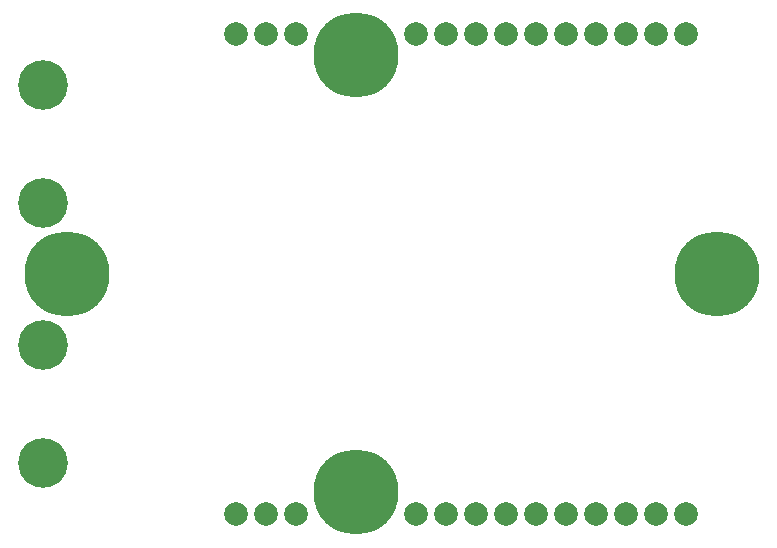
<source format=gbs>
G04 Layer_Color=16711935*
%FSLAX44Y44*%
%MOMM*%
G71*
G01*
G75*
%ADD32C,7.2032*%
%ADD33C,4.2032*%
%ADD34C,2.0032*%
D32*
X50000Y0D02*
D03*
X600000D02*
D03*
X295000Y185000D02*
D03*
Y-185000D02*
D03*
D33*
X30000Y-60000D02*
D03*
Y-160000D02*
D03*
Y60000D02*
D03*
Y160000D02*
D03*
D34*
X497600Y203200D02*
D03*
X573800Y-203200D02*
D03*
X396000Y203200D02*
D03*
X345200Y-203200D02*
D03*
X548400D02*
D03*
X421400D02*
D03*
X523000D02*
D03*
X497600D02*
D03*
X472200D02*
D03*
X446800D02*
D03*
X396000D02*
D03*
X370600D02*
D03*
X243600D02*
D03*
X218200D02*
D03*
X192800D02*
D03*
Y203200D02*
D03*
X218200D02*
D03*
X243600D02*
D03*
X421400D02*
D03*
X446800D02*
D03*
X472200D02*
D03*
X523000D02*
D03*
X548400D02*
D03*
X573800D02*
D03*
X345200D02*
D03*
X370600D02*
D03*
M02*

</source>
